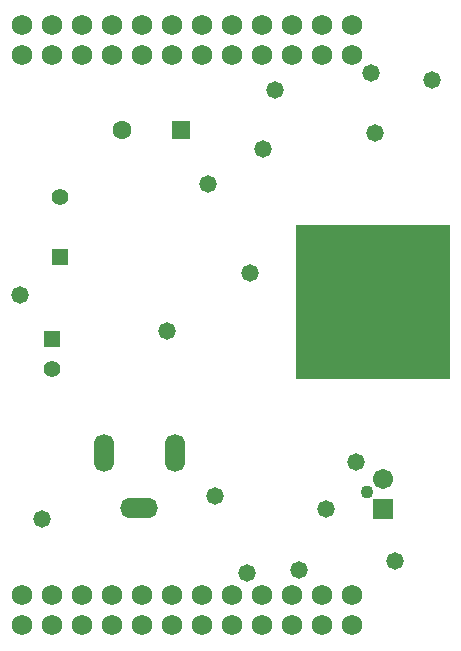
<source format=gbs>
G04*
G04 #@! TF.GenerationSoftware,Altium Limited,Altium Designer,19.1.9 (167)*
G04*
G04 Layer_Color=16711935*
%FSLAX43Y43*%
%MOMM*%
G71*
G01*
G75*
%ADD51C,1.727*%
%ADD52R,1.409X1.409*%
%ADD53C,1.409*%
%ADD54C,1.603*%
%ADD55R,1.603X1.603*%
%ADD56O,1.703X3.203*%
%ADD57O,3.203X1.703*%
%ADD58C,1.703*%
%ADD59R,1.703X1.703*%
%ADD60C,1.473*%
%ADD61C,1.103*%
%ADD62C,1.203*%
G36*
X37533Y22654D02*
X24533D01*
X24533Y35654D01*
X37533D01*
Y22654D01*
D02*
G37*
D51*
X3864Y4328D02*
D03*
X29264D02*
D03*
X26724D02*
D03*
X24184D02*
D03*
X21644D02*
D03*
X19104D02*
D03*
X16564D02*
D03*
X14024D02*
D03*
X11484D02*
D03*
X8944D02*
D03*
X6404D02*
D03*
X1324D02*
D03*
X29264Y1788D02*
D03*
X26724D02*
D03*
X24184D02*
D03*
X21644D02*
D03*
X19104D02*
D03*
X16564D02*
D03*
X14024D02*
D03*
X11484D02*
D03*
X8944D02*
D03*
X6404D02*
D03*
X3864D02*
D03*
X1324D02*
D03*
X29264Y52588D02*
D03*
X26724D02*
D03*
X24184D02*
D03*
X21644D02*
D03*
X19104D02*
D03*
X16564D02*
D03*
X14024D02*
D03*
X11484D02*
D03*
X8944D02*
D03*
X6404D02*
D03*
X3864D02*
D03*
X1324D02*
D03*
X29264Y50048D02*
D03*
X26724D02*
D03*
X24184D02*
D03*
X21644D02*
D03*
X19104D02*
D03*
X16564D02*
D03*
X14024D02*
D03*
X11484D02*
D03*
X8944D02*
D03*
X6404D02*
D03*
X3864D02*
D03*
X1324D02*
D03*
D52*
X3876Y25987D02*
D03*
X4481Y32943D02*
D03*
D53*
X3876Y23487D02*
D03*
X4481Y38023D02*
D03*
D54*
X9800Y43721D02*
D03*
D55*
X14800D02*
D03*
D56*
X8232Y16384D02*
D03*
X14231D02*
D03*
D57*
X11232Y11684D02*
D03*
D58*
X31873Y14149D02*
D03*
D59*
Y11609D02*
D03*
D60*
X2983Y10783D02*
D03*
X22758Y47130D02*
D03*
X30838Y48581D02*
D03*
X35995Y47973D02*
D03*
X31210Y43463D02*
D03*
X21738Y42149D02*
D03*
X17013Y39175D02*
D03*
X1106Y29735D02*
D03*
X20572Y31594D02*
D03*
X13550Y26732D02*
D03*
X17642Y12729D02*
D03*
X20351Y6187D02*
D03*
X24745Y6469D02*
D03*
X27059Y11627D02*
D03*
X29563Y15618D02*
D03*
X32864Y7245D02*
D03*
D61*
X30499Y13102D02*
D03*
D62*
X31244Y27910D02*
D03*
X31239Y29064D02*
D03*
Y30209D02*
D03*
M02*

</source>
